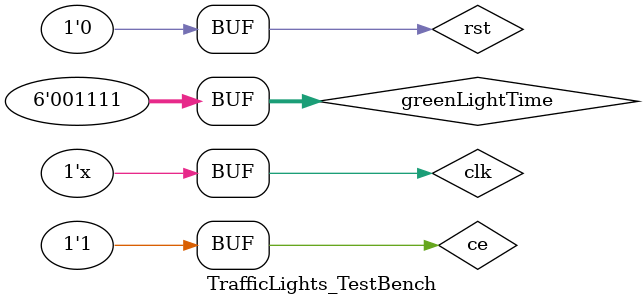
<source format=v>
`timescale 1ns / 1ps

module TrafficLights_TestBench;

    /*reg clk;
    reg rst;
    reg ce;

    wire [5:0] lights;
    //wire [5:0]  counter;
    reg [5:0] greenLightTime;
    wire [6:0] timeLeftNS;
    wire [6:0] timeLeftEW;*/

  wire [2:0]LEDs0;
  wire [2:0]LEDs1;
  wire [2:0]LEDs2;
  wire [2:0]LEDs3;
  wire [1:0]anode0;
  wire [1:0]anode1;
  wire [1:0]anode2;
  wire [1:0]anode3;
  wire [7:0]cathode0;
  wire [7:0]cathode1;
  wire [7:0]cathode2;
  wire [7:0]cathode3;
  reg ce;
  reg clk;
  reg [5:0]greenLightTime;
  reg rst;


    design_tf_wrapper designUUT (
    LEDs0,
    LEDs1,
    LEDs2,
    LEDs3,
    anode0,
    anode1,
    anode2,
    anode3,
    cathode0,
    cathode1,
    cathode2,
    cathode3,
    ce,
    clk,
    greenLightTime,
    rst);

    //TrafficLights trafficLights(clk, rst, ce, lights, greenLightTime, timeLeftNS, timeLeftEW);

    initial begin
        clk = 1'b0;
        ce =0;
        greenLightTime = 5'b00000;
        rst =0;

    end
        
    always #5 clk = ~clk;
    
    initial begin 
        #20 rst = 1'b1;
        ce = 1'b0;

        #100 greenLightTime = 5'b01111;
        #10 rst = 1'b0;
        #1000 rst = 1'b1;
        #5 ce = 1'b1;
        #5 rst = 1'b0;
    end
endmodule

</source>
